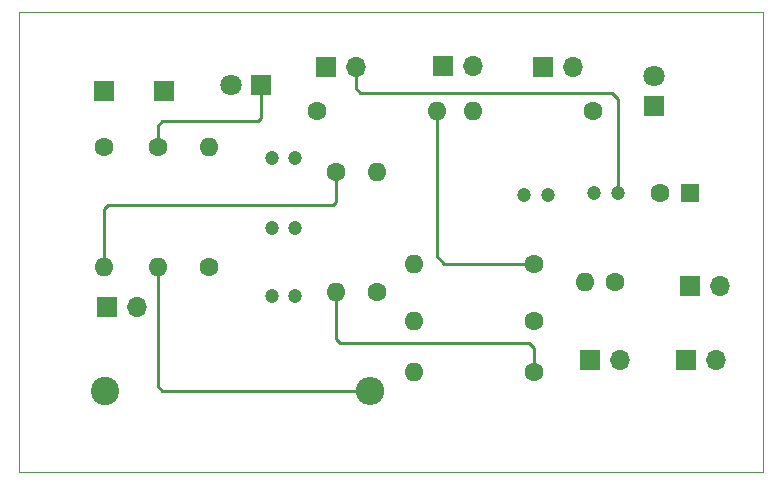
<source format=gbr>
G04 #@! TF.GenerationSoftware,KiCad,Pcbnew,(5.1.6)-1*
G04 #@! TF.CreationDate,2020-08-10T15:15:50+02:00*
G04 #@! TF.ProjectId,arduinoUno-BMSmodule,61726475-696e-46f5-956e-6f2d424d536d,rev?*
G04 #@! TF.SameCoordinates,Original*
G04 #@! TF.FileFunction,Copper,L2,Bot*
G04 #@! TF.FilePolarity,Positive*
%FSLAX46Y46*%
G04 Gerber Fmt 4.6, Leading zero omitted, Abs format (unit mm)*
G04 Created by KiCad (PCBNEW (5.1.6)-1) date 2020-08-10 15:15:50*
%MOMM*%
%LPD*%
G01*
G04 APERTURE LIST*
G04 #@! TA.AperFunction,Profile*
%ADD10C,0.050000*%
G04 #@! TD*
G04 #@! TA.AperFunction,ComponentPad*
%ADD11C,1.200000*%
G04 #@! TD*
G04 #@! TA.AperFunction,ComponentPad*
%ADD12O,2.400000X2.400000*%
G04 #@! TD*
G04 #@! TA.AperFunction,ComponentPad*
%ADD13C,2.400000*%
G04 #@! TD*
G04 #@! TA.AperFunction,ComponentPad*
%ADD14O,1.700000X1.700000*%
G04 #@! TD*
G04 #@! TA.AperFunction,ComponentPad*
%ADD15R,1.700000X1.700000*%
G04 #@! TD*
G04 #@! TA.AperFunction,ComponentPad*
%ADD16O,1.600000X1.600000*%
G04 #@! TD*
G04 #@! TA.AperFunction,ComponentPad*
%ADD17C,1.600000*%
G04 #@! TD*
G04 #@! TA.AperFunction,ComponentPad*
%ADD18C,1.800000*%
G04 #@! TD*
G04 #@! TA.AperFunction,ComponentPad*
%ADD19R,1.800000X1.800000*%
G04 #@! TD*
G04 #@! TA.AperFunction,ComponentPad*
%ADD20R,1.600000X1.600000*%
G04 #@! TD*
G04 #@! TA.AperFunction,Conductor*
%ADD21C,0.250000*%
G04 #@! TD*
G04 APERTURE END LIST*
D10*
X154000000Y-57000000D02*
X154000000Y-57900000D01*
X91000000Y-57000000D02*
X154000000Y-57000000D01*
X153484000Y-96000000D02*
X154000000Y-96000000D01*
X91000000Y-96000000D02*
X91000000Y-95900000D01*
X91000000Y-95900000D02*
X91000000Y-94973000D01*
X91000000Y-94973000D02*
X91000000Y-57000000D01*
X93921000Y-96000000D02*
X91000000Y-96000000D01*
X153484000Y-96000000D02*
X93921000Y-96000000D01*
X154000000Y-57900000D02*
X154000000Y-96000000D01*
D11*
G04 #@! TO.P,C3,2*
G04 #@! TO.N,GND*
X112395000Y-75311000D03*
G04 #@! TO.P,C3,1*
G04 #@! TO.N,VBAT+*
X114395000Y-75311000D03*
G04 #@! TD*
D12*
G04 #@! TO.P,R4,2*
G04 #@! TO.N,Net-(Q1-Pad3)*
X120698000Y-89154000D03*
D13*
G04 #@! TO.P,R4,1*
G04 #@! TO.N,VBAT+*
X98298000Y-89154000D03*
G04 #@! TD*
D11*
G04 #@! TO.P,C5,2*
G04 #@! TO.N,GND*
X139732000Y-72390000D03*
G04 #@! TO.P,C5,1*
G04 #@! TO.N,3.3V*
X141732000Y-72390000D03*
G04 #@! TD*
G04 #@! TO.P,C4,2*
G04 #@! TO.N,GND*
X133763000Y-72517000D03*
G04 #@! TO.P,C4,1*
G04 #@! TO.N,3.3V*
X135763000Y-72517000D03*
G04 #@! TD*
G04 #@! TO.P,C2,2*
G04 #@! TO.N,GND*
X112400000Y-69400000D03*
G04 #@! TO.P,C2,1*
G04 #@! TO.N,VBAT+*
X114400000Y-69400000D03*
G04 #@! TD*
G04 #@! TO.P,C1,2*
G04 #@! TO.N,GND*
X112400000Y-81100000D03*
G04 #@! TO.P,C1,1*
G04 #@! TO.N,ADC_VOLT1*
X114400000Y-81100000D03*
G04 #@! TD*
D14*
G04 #@! TO.P,J3,2*
G04 #@! TO.N,ADC_TEMP1*
X149987000Y-86487000D03*
D15*
G04 #@! TO.P,J3,1*
X147447000Y-86487000D03*
G04 #@! TD*
D16*
G04 #@! TO.P,R8,2*
G04 #@! TO.N,Net-(R8-Pad2)*
X126365000Y-65405000D03*
D17*
G04 #@! TO.P,R8,1*
G04 #@! TO.N,3.3V*
X116205000Y-65405000D03*
G04 #@! TD*
D18*
G04 #@! TO.P,D1,2*
G04 #@! TO.N,VBAT+*
X108966000Y-63246000D03*
D19*
G04 #@! TO.P,D1,1*
G04 #@! TO.N,Net-(D1-Pad1)*
X111506000Y-63246000D03*
G04 #@! TD*
D15*
G04 #@! TO.P,J1,2*
G04 #@! TO.N,VBAT+*
X98171000Y-63754000D03*
G04 #@! TO.P,J1,1*
G04 #@! TO.N,GND*
X103251000Y-63754000D03*
G04 #@! TD*
D16*
G04 #@! TO.P,TH1,2*
G04 #@! TO.N,ADC_TEMP1*
X138938000Y-79883000D03*
D17*
G04 #@! TO.P,TH1,1*
G04 #@! TO.N,3.3V*
X141478000Y-79883000D03*
G04 #@! TD*
D16*
G04 #@! TO.P,R10,2*
G04 #@! TO.N,GND*
X129413000Y-65405000D03*
D17*
G04 #@! TO.P,R10,1*
G04 #@! TO.N,Net-(D2-Pad1)*
X139573000Y-65405000D03*
G04 #@! TD*
D16*
G04 #@! TO.P,R9,2*
G04 #@! TO.N,GND*
X124460000Y-78359000D03*
D17*
G04 #@! TO.P,R9,1*
G04 #@! TO.N,Net-(R8-Pad2)*
X134620000Y-78359000D03*
G04 #@! TD*
D16*
G04 #@! TO.P,R7,2*
G04 #@! TO.N,GND*
X124460000Y-87503000D03*
D17*
G04 #@! TO.P,R7,1*
G04 #@! TO.N,ADC_VOLT1*
X134620000Y-87503000D03*
G04 #@! TD*
D16*
G04 #@! TO.P,R6,2*
G04 #@! TO.N,ADC_VOLT1*
X117856000Y-80772000D03*
D17*
G04 #@! TO.P,R6,1*
G04 #@! TO.N,Net-(R5-Pad2)*
X117856000Y-70612000D03*
G04 #@! TD*
D16*
G04 #@! TO.P,R5,2*
G04 #@! TO.N,Net-(R5-Pad2)*
X98171000Y-78613000D03*
D17*
G04 #@! TO.P,R5,1*
G04 #@! TO.N,VBAT+*
X98171000Y-68453000D03*
G04 #@! TD*
D16*
G04 #@! TO.P,R3,2*
G04 #@! TO.N,Net-(Q1-Pad3)*
X102743000Y-78613000D03*
D17*
G04 #@! TO.P,R3,1*
G04 #@! TO.N,Net-(D1-Pad1)*
X102743000Y-68453000D03*
G04 #@! TD*
D16*
G04 #@! TO.P,R2,2*
G04 #@! TO.N,GND*
X107100000Y-68440000D03*
D17*
G04 #@! TO.P,R2,1*
G04 #@! TO.N,ON-OFF*
X107100000Y-78600000D03*
G04 #@! TD*
D16*
G04 #@! TO.P,R1,2*
G04 #@! TO.N,GND*
X124460000Y-83185000D03*
D17*
G04 #@! TO.P,R1,1*
G04 #@! TO.N,ADC_TEMP1*
X134620000Y-83185000D03*
G04 #@! TD*
D16*
G04 #@! TO.P,L1,2*
G04 #@! TO.N,Net-(L1-Pad2)*
X121285000Y-70612000D03*
D17*
G04 #@! TO.P,L1,1*
G04 #@! TO.N,VBAT+*
X121285000Y-80772000D03*
G04 #@! TD*
D14*
G04 #@! TO.P,J8,2*
G04 #@! TO.N,STATUS_PIN*
X137922000Y-61722000D03*
D15*
G04 #@! TO.P,J8,1*
X135382000Y-61722000D03*
G04 #@! TD*
D14*
G04 #@! TO.P,J7,2*
G04 #@! TO.N,ON-OFF*
X100965000Y-82042000D03*
D15*
G04 #@! TO.P,J7,1*
X98425000Y-82042000D03*
G04 #@! TD*
D14*
G04 #@! TO.P,J6,2*
G04 #@! TO.N,GND*
X129413000Y-61595000D03*
D15*
G04 #@! TO.P,J6,1*
X126873000Y-61595000D03*
G04 #@! TD*
D14*
G04 #@! TO.P,J5,2*
G04 #@! TO.N,3.3V*
X119507000Y-61722000D03*
D15*
G04 #@! TO.P,J5,1*
X116967000Y-61722000D03*
G04 #@! TD*
D14*
G04 #@! TO.P,J4,2*
G04 #@! TO.N,VBAT+*
X150368000Y-80264000D03*
D15*
G04 #@! TO.P,J4,1*
X147828000Y-80264000D03*
G04 #@! TD*
D14*
G04 #@! TO.P,J2,2*
G04 #@! TO.N,ADC_VOLT1*
X141859000Y-86487000D03*
D15*
G04 #@! TO.P,J2,1*
X139319000Y-86487000D03*
G04 #@! TD*
D18*
G04 #@! TO.P,D2,2*
G04 #@! TO.N,STATUS_PIN*
X144780000Y-62484000D03*
D19*
G04 #@! TO.P,D2,1*
G04 #@! TO.N,Net-(D2-Pad1)*
X144780000Y-65024000D03*
G04 #@! TD*
D17*
G04 #@! TO.P,C6,2*
G04 #@! TO.N,GND*
X145288000Y-72390000D03*
D20*
G04 #@! TO.P,C6,1*
G04 #@! TO.N,VBAT+*
X147788000Y-72390000D03*
G04 #@! TD*
D21*
G04 #@! TO.N,ADC_VOLT1*
X117856000Y-80772000D02*
X117856000Y-84756000D01*
X117856000Y-84756000D02*
X118200000Y-85100000D01*
X118200000Y-85100000D02*
X134200000Y-85100000D01*
X134620000Y-85520000D02*
X134620000Y-87503000D01*
X134200000Y-85100000D02*
X134620000Y-85520000D01*
G04 #@! TO.N,3.3V*
X141478000Y-72644000D02*
X141732000Y-72390000D01*
X141732000Y-64389000D02*
X141224000Y-63881000D01*
X141224000Y-63881000D02*
X119888000Y-63881000D01*
X119507000Y-63500000D02*
X119507000Y-61722000D01*
X119888000Y-63881000D02*
X119507000Y-63500000D01*
X141732000Y-64389000D02*
X141732000Y-72390000D01*
G04 #@! TO.N,Net-(D1-Pad1)*
X102743000Y-68453000D02*
X102743000Y-66657000D01*
X102743000Y-66657000D02*
X103100000Y-66300000D01*
X103100000Y-66300000D02*
X111200000Y-66300000D01*
X111506000Y-65994000D02*
X111506000Y-63246000D01*
X111200000Y-66300000D02*
X111506000Y-65994000D01*
G04 #@! TO.N,Net-(Q1-Pad3)*
X102743000Y-78613000D02*
X102743000Y-88743000D01*
X103154000Y-89154000D02*
X120698000Y-89154000D01*
X102743000Y-88743000D02*
X103154000Y-89154000D01*
G04 #@! TO.N,Net-(R5-Pad2)*
X98171000Y-78613000D02*
X98171000Y-73729000D01*
X98171000Y-73729000D02*
X98500000Y-73400000D01*
X98500000Y-73400000D02*
X117600000Y-73400000D01*
X117856000Y-73144000D02*
X117856000Y-70612000D01*
X117600000Y-73400000D02*
X117856000Y-73144000D01*
G04 #@! TO.N,Net-(R8-Pad2)*
X126365000Y-65405000D02*
X126365000Y-77724000D01*
X127000000Y-78359000D02*
X134620000Y-78359000D01*
X126365000Y-77724000D02*
X127000000Y-78359000D01*
G04 #@! TD*
M02*

</source>
